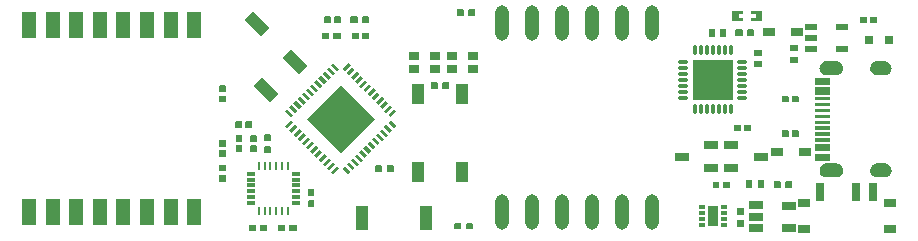
<source format=gtp>
G04 Layer: TopPasteMaskLayer*
G04 EasyEDA v6.5.29, 2023-07-07 16:20:56*
G04 d9f499156d004e84aee0404722c7e58c,63a96235fadc4189ab89c93b90d034ab,10*
G04 Gerber Generator version 0.2*
G04 Scale: 100 percent, Rotated: No, Reflected: No *
G04 Dimensions in millimeters *
G04 leading zeros omitted , absolute positions ,4 integer and 5 decimal *
%FSLAX45Y45*%
%MOMM*%

%AMMACRO1*21,1,$1,$2,0,0,$3*%
%ADD10O,1.1999976X2.999994*%
%ADD11R,0.8000X0.5000*%
%ADD12R,0.5000X0.8000*%
%ADD13R,1.0000X0.7500*%
%ADD14R,1.2500X0.7000*%
%ADD15R,3.5000X3.5000*%
%ADD16O,0.2800096X0.8999982*%
%ADD17O,0.8999982X0.2800096*%
%ADD18R,0.7000X1.5000*%
%ADD19R,1.0000X0.8000*%
%ADD20R,1.2000X2.2000*%
%ADD21R,0.9000X0.7000*%
%ADD22MACRO1,0.505X0.28X0.0000*%
%ADD23MACRO1,0.9X1.65X0.0000*%
%ADD24R,1.0000X1.7000*%
%ADD25R,1.0000X2.0000*%
%ADD26R,0.8000X0.8000*%
%ADD27R,1.0000X0.6000*%
%ADD28MACRO1,0.6223X1.1049X-90.0000*%
%ADD29MACRO1,0.665X0.28X0.0000*%
%ADD30R,0.2800X0.6650*%
%ADD31MACRO1,1.945X0.98X135.0000*%
%ADD32MACRO1,1.945X0.98X134.9995*%
%ADD33MACRO1,1.945X0.98X-45.0000*%
%ADD34C,0.0135*%

%LPD*%
G36*
X-4423003Y8927490D02*
G01*
X-4427982Y8922461D01*
X-4427982Y8877503D01*
X-4423003Y8872474D01*
X-4374997Y8872474D01*
X-4367987Y8877503D01*
X-4367987Y8922461D01*
X-4374997Y8927490D01*
G37*
G36*
X-4325010Y8927490D02*
G01*
X-4331970Y8922461D01*
X-4331970Y8877503D01*
X-4325010Y8872474D01*
X-4277004Y8872474D01*
X-4271975Y8877503D01*
X-4271975Y8922461D01*
X-4277004Y8927490D01*
G37*
G36*
X-2062988Y8757462D02*
G01*
X-2068017Y8752484D01*
X-2068017Y8707475D01*
X-2062988Y8702497D01*
X-2014982Y8702497D01*
X-2008022Y8707475D01*
X-2008022Y8752484D01*
X-2014982Y8757462D01*
G37*
G36*
X-1964994Y8757462D02*
G01*
X-1972005Y8752484D01*
X-1972005Y8707475D01*
X-1964994Y8702497D01*
X-1916988Y8702497D01*
X-1912010Y8707475D01*
X-1912010Y8752484D01*
X-1916988Y8757462D01*
G37*
G36*
X-1992477Y7946999D02*
G01*
X-1996490Y7942986D01*
X-1996490Y7896961D01*
X-1992477Y7892999D01*
X-1942439Y7892999D01*
X-1938426Y7896961D01*
X-1938426Y7942986D01*
X-1942439Y7946999D01*
G37*
G36*
X-2077567Y7946999D02*
G01*
X-2081580Y7942986D01*
X-2081580Y7896961D01*
X-2077567Y7892999D01*
X-2027478Y7892999D01*
X-2023516Y7896961D01*
X-2023516Y7942986D01*
X-2027478Y7946999D01*
G37*
G36*
X-2172512Y7466990D02*
G01*
X-2176475Y7462977D01*
X-2176475Y7417003D01*
X-2172512Y7412990D01*
X-2122424Y7412990D01*
X-2118410Y7417003D01*
X-2118410Y7462977D01*
X-2122424Y7466990D01*
G37*
G36*
X-2257552Y7466990D02*
G01*
X-2261565Y7462977D01*
X-2261565Y7417003D01*
X-2257552Y7412990D01*
X-2207514Y7412990D01*
X-2203500Y7417003D01*
X-2203500Y7462977D01*
X-2207514Y7466990D01*
G37*
G36*
X-2047493Y7247991D02*
G01*
X-2052472Y7243013D01*
X-2052472Y7189978D01*
X-2047493Y7184999D01*
X-2002485Y7184999D01*
X-1997506Y7189978D01*
X-1997506Y7243013D01*
X-2002485Y7247991D01*
G37*
G36*
X-2047493Y7144969D02*
G01*
X-2052472Y7139990D01*
X-2052472Y7087006D01*
X-2047493Y7081977D01*
X-2002485Y7081977D01*
X-1997506Y7087006D01*
X-1997506Y7139990D01*
X-2002485Y7144969D01*
G37*
G36*
X-6433007Y7821523D02*
G01*
X-6436969Y7817561D01*
X-6436969Y7767472D01*
X-6433007Y7763459D01*
X-6386982Y7763459D01*
X-6382969Y7767472D01*
X-6382969Y7817561D01*
X-6386982Y7821523D01*
G37*
G36*
X-6433007Y7736484D02*
G01*
X-6436969Y7732471D01*
X-6436969Y7682433D01*
X-6433007Y7678420D01*
X-6386982Y7678420D01*
X-6382969Y7682433D01*
X-6382969Y7732471D01*
X-6386982Y7736484D01*
G37*
G36*
X-6297574Y7976971D02*
G01*
X-6301536Y7972958D01*
X-6301536Y7926984D01*
X-6297574Y7922971D01*
X-6247485Y7922971D01*
X-6243472Y7926984D01*
X-6243472Y7972958D01*
X-6247485Y7976971D01*
G37*
G36*
X-6212484Y7976971D02*
G01*
X-6216497Y7972958D01*
X-6216497Y7926984D01*
X-6212484Y7922971D01*
X-6162446Y7922971D01*
X-6158433Y7926984D01*
X-6158433Y7972958D01*
X-6162446Y7976971D01*
G37*
G36*
X-6433007Y8196478D02*
G01*
X-6436969Y8192465D01*
X-6436969Y8142427D01*
X-6433007Y8138414D01*
X-6386982Y8138414D01*
X-6382969Y8142427D01*
X-6382969Y8192465D01*
X-6386982Y8196478D01*
G37*
G36*
X-6433007Y8281568D02*
G01*
X-6436969Y8277555D01*
X-6436969Y8227466D01*
X-6433007Y8223503D01*
X-6386982Y8223503D01*
X-6382969Y8227466D01*
X-6382969Y8277555D01*
X-6386982Y8281568D01*
G37*
G36*
X-6433007Y7611567D02*
G01*
X-6436969Y7607553D01*
X-6436969Y7557465D01*
X-6433007Y7553502D01*
X-6386982Y7553502D01*
X-6382969Y7557465D01*
X-6382969Y7607553D01*
X-6386982Y7611567D01*
G37*
G36*
X-6433007Y7526477D02*
G01*
X-6436969Y7522464D01*
X-6436969Y7472425D01*
X-6433007Y7468412D01*
X-6386982Y7468412D01*
X-6382969Y7472425D01*
X-6382969Y7522464D01*
X-6386982Y7526477D01*
G37*
G36*
X-1398524Y8345068D02*
G01*
X-1398524Y8285073D01*
X-1268526Y8285073D01*
X-1268526Y8345068D01*
G37*
G36*
X-1398524Y7935061D02*
G01*
X-1398524Y7905089D01*
X-1268526Y7905089D01*
X-1268526Y7935061D01*
G37*
G36*
X-1398524Y7705090D02*
G01*
X-1398473Y7645095D01*
X-1268476Y7645095D01*
X-1268526Y7705090D01*
G37*
G36*
X-1398524Y8035086D02*
G01*
X-1398524Y8005064D01*
X-1268526Y8005064D01*
X-1268526Y8035086D01*
G37*
G36*
X-1398524Y8185099D02*
G01*
X-1398524Y8155076D01*
X-1268526Y8155076D01*
X-1268526Y8185099D01*
G37*
G36*
X-1398524Y7885074D02*
G01*
X-1398524Y7855102D01*
X-1268526Y7855102D01*
X-1268526Y7885074D01*
G37*
G36*
X-1398524Y8135061D02*
G01*
X-1398524Y8105038D01*
X-1268526Y8105038D01*
X-1268526Y8135061D01*
G37*
G36*
X-1398524Y8085074D02*
G01*
X-1398524Y8055102D01*
X-1268526Y8055102D01*
X-1268526Y8085074D01*
G37*
G36*
X-1398524Y7835087D02*
G01*
X-1398524Y7805064D01*
X-1268526Y7805064D01*
X-1268526Y7835087D01*
G37*
G36*
X-1398524Y7985099D02*
G01*
X-1398524Y7955076D01*
X-1268526Y7955076D01*
X-1268526Y7985099D01*
G37*
G36*
X-1398473Y7785049D02*
G01*
X-1398473Y7725054D01*
X-1268476Y7725054D01*
X-1268476Y7785049D01*
G37*
G36*
X-1296670Y7622540D02*
G01*
X-1302613Y7622286D01*
X-1308557Y7621371D01*
X-1314348Y7619898D01*
X-1319987Y7617866D01*
X-1325372Y7615275D01*
X-1330452Y7612125D01*
X-1335227Y7608519D01*
X-1339596Y7604455D01*
X-1343558Y7599984D01*
X-1347063Y7595108D01*
X-1350060Y7589926D01*
X-1352499Y7584490D01*
X-1354429Y7578801D01*
X-1355750Y7572959D01*
X-1356512Y7567066D01*
X-1356664Y7561072D01*
X-1356207Y7555077D01*
X-1355140Y7549235D01*
X-1353566Y7543444D01*
X-1351330Y7537907D01*
X-1348638Y7532573D01*
X-1345387Y7527544D01*
X-1341628Y7522870D01*
X-1337462Y7518603D01*
X-1332890Y7514742D01*
X-1327962Y7511338D01*
X-1322679Y7508494D01*
X-1317193Y7506157D01*
X-1311452Y7504430D01*
X-1305610Y7503210D01*
X-1299667Y7502652D01*
X-1216660Y7502550D01*
X-1210665Y7502855D01*
X-1204772Y7503769D01*
X-1198981Y7505242D01*
X-1193342Y7507274D01*
X-1187958Y7509865D01*
X-1182878Y7512964D01*
X-1178102Y7516622D01*
X-1173734Y7520686D01*
X-1169771Y7525156D01*
X-1166266Y7529982D01*
X-1163269Y7535164D01*
X-1160830Y7540650D01*
X-1158900Y7546289D01*
X-1157579Y7552131D01*
X-1156817Y7558074D01*
X-1156665Y7564069D01*
X-1157122Y7570012D01*
X-1158189Y7575905D01*
X-1159814Y7581646D01*
X-1161948Y7587234D01*
X-1164691Y7592568D01*
X-1167942Y7597597D01*
X-1171702Y7602270D01*
X-1175867Y7606538D01*
X-1180439Y7610398D01*
X-1185367Y7613751D01*
X-1190650Y7616596D01*
X-1196136Y7618933D01*
X-1201877Y7620711D01*
X-1207719Y7621879D01*
X-1213662Y7622489D01*
G37*
G36*
X-1296670Y8487562D02*
G01*
X-1302613Y8487308D01*
X-1308557Y8486394D01*
X-1314348Y8484920D01*
X-1319987Y8482888D01*
X-1325372Y8480298D01*
X-1330452Y8477148D01*
X-1335227Y8473541D01*
X-1339596Y8469477D01*
X-1343558Y8465007D01*
X-1347063Y8460130D01*
X-1350060Y8454948D01*
X-1352499Y8449513D01*
X-1354429Y8443823D01*
X-1355750Y8437981D01*
X-1356512Y8432088D01*
X-1356664Y8426094D01*
X-1356207Y8420100D01*
X-1355140Y8414207D01*
X-1353566Y8408466D01*
X-1351330Y8402929D01*
X-1348638Y8397595D01*
X-1345387Y8392566D01*
X-1341628Y8387892D01*
X-1337462Y8383625D01*
X-1332890Y8379764D01*
X-1327962Y8376412D01*
X-1322679Y8373516D01*
X-1317193Y8371179D01*
X-1311452Y8369452D01*
X-1305610Y8368233D01*
X-1299667Y8367674D01*
X-1216660Y8367572D01*
X-1210665Y8367877D01*
X-1204772Y8368792D01*
X-1198981Y8370265D01*
X-1193342Y8372297D01*
X-1187958Y8374888D01*
X-1182878Y8377986D01*
X-1178102Y8381644D01*
X-1173734Y8385708D01*
X-1169771Y8390178D01*
X-1166266Y8395004D01*
X-1163269Y8400186D01*
X-1160830Y8405672D01*
X-1158900Y8411311D01*
X-1157579Y8417153D01*
X-1156817Y8423097D01*
X-1156665Y8429091D01*
X-1157122Y8435035D01*
X-1158189Y8440928D01*
X-1159814Y8446668D01*
X-1161948Y8452256D01*
X-1164691Y8457590D01*
X-1167942Y8462619D01*
X-1171702Y8467293D01*
X-1175867Y8471560D01*
X-1180439Y8475421D01*
X-1185367Y8478774D01*
X-1190650Y8481618D01*
X-1196136Y8483955D01*
X-1201877Y8485733D01*
X-1207719Y8486902D01*
X-1213662Y8487511D01*
G37*
G36*
X-866698Y7622540D02*
G01*
X-872642Y7622286D01*
X-878586Y7621371D01*
X-884377Y7619898D01*
X-889965Y7617866D01*
X-895350Y7615275D01*
X-900480Y7612125D01*
X-905256Y7608519D01*
X-909624Y7604455D01*
X-913587Y7599984D01*
X-917092Y7595108D01*
X-920089Y7589926D01*
X-922528Y7584490D01*
X-924407Y7578801D01*
X-925779Y7572959D01*
X-926490Y7567066D01*
X-926642Y7561072D01*
X-926236Y7555077D01*
X-925169Y7549235D01*
X-923544Y7543444D01*
X-921359Y7537907D01*
X-918616Y7532573D01*
X-915416Y7527544D01*
X-911656Y7522870D01*
X-907491Y7518603D01*
X-902919Y7514742D01*
X-897940Y7511338D01*
X-892708Y7508494D01*
X-887221Y7506157D01*
X-881481Y7504430D01*
X-875639Y7503210D01*
X-869645Y7502652D01*
X-806653Y7502550D01*
X-800709Y7502855D01*
X-794766Y7503769D01*
X-788974Y7505242D01*
X-783386Y7507274D01*
X-778002Y7509865D01*
X-772871Y7512964D01*
X-768096Y7516622D01*
X-763727Y7520686D01*
X-759764Y7525156D01*
X-756259Y7529982D01*
X-753262Y7535164D01*
X-750824Y7540650D01*
X-748944Y7546289D01*
X-747572Y7552131D01*
X-746861Y7558074D01*
X-746709Y7564069D01*
X-747115Y7570012D01*
X-748182Y7575905D01*
X-749808Y7581646D01*
X-751992Y7587234D01*
X-754735Y7592568D01*
X-757936Y7597597D01*
X-761695Y7602270D01*
X-765860Y7606538D01*
X-770432Y7610398D01*
X-775411Y7613751D01*
X-780643Y7616596D01*
X-786180Y7618933D01*
X-791870Y7620711D01*
X-797712Y7621879D01*
X-803706Y7622489D01*
G37*
G36*
X-866698Y8487562D02*
G01*
X-872642Y8487308D01*
X-878586Y8486394D01*
X-884377Y8484920D01*
X-889965Y8482888D01*
X-895350Y8480298D01*
X-900480Y8477148D01*
X-905256Y8473541D01*
X-909624Y8469477D01*
X-913587Y8465007D01*
X-917092Y8460130D01*
X-920089Y8454948D01*
X-922528Y8449513D01*
X-924407Y8443823D01*
X-925779Y8437981D01*
X-926490Y8432088D01*
X-926642Y8426094D01*
X-926236Y8420100D01*
X-925169Y8414207D01*
X-923544Y8408466D01*
X-921359Y8402929D01*
X-918616Y8397595D01*
X-915416Y8392566D01*
X-911656Y8387892D01*
X-907491Y8383625D01*
X-902919Y8379764D01*
X-897940Y8376412D01*
X-892708Y8373516D01*
X-887221Y8371179D01*
X-881481Y8369452D01*
X-875639Y8368233D01*
X-869645Y8367674D01*
X-806653Y8367572D01*
X-800709Y8367877D01*
X-794766Y8368792D01*
X-788974Y8370265D01*
X-783386Y8372297D01*
X-778002Y8374888D01*
X-772871Y8377986D01*
X-768096Y8381644D01*
X-763727Y8385708D01*
X-759764Y8390178D01*
X-756259Y8395004D01*
X-753262Y8400186D01*
X-750824Y8405672D01*
X-748944Y8411311D01*
X-747572Y8417153D01*
X-746861Y8423097D01*
X-746709Y8429091D01*
X-747115Y8435035D01*
X-748182Y8440928D01*
X-749808Y8446668D01*
X-751992Y8452256D01*
X-754735Y8457590D01*
X-757936Y8462619D01*
X-761695Y8467293D01*
X-765860Y8471560D01*
X-770432Y8475421D01*
X-775411Y8478774D01*
X-780643Y8481618D01*
X-786180Y8483955D01*
X-791870Y8485733D01*
X-797712Y8486902D01*
X-803706Y8487511D01*
G37*
G36*
X-1398524Y8265109D02*
G01*
X-1398524Y8205063D01*
X-1268526Y8205063D01*
X-1268526Y8265109D01*
G37*
G36*
X-4544974Y8307476D02*
G01*
X-4551984Y8302498D01*
X-4551984Y8257489D01*
X-4544974Y8252459D01*
X-4496968Y8252459D01*
X-4491990Y8257489D01*
X-4491990Y8302498D01*
X-4496968Y8307476D01*
G37*
G36*
X-4642967Y8307476D02*
G01*
X-4647996Y8302498D01*
X-4647996Y8257489D01*
X-4642967Y8252459D01*
X-4595012Y8252459D01*
X-4588002Y8257489D01*
X-4588002Y8302498D01*
X-4595012Y8307476D01*
G37*
G36*
X-5409946Y8288477D02*
G01*
X-5698439Y7999984D01*
X-5409946Y7711490D01*
X-5121402Y7999984D01*
G37*
G36*
X-5831890Y7986725D02*
G01*
X-5881370Y7937246D01*
X-5861608Y7917434D01*
X-5812078Y7966913D01*
G37*
G36*
X-5796534Y7951368D02*
G01*
X-5846013Y7901889D01*
X-5826201Y7882077D01*
X-5776722Y7931556D01*
G37*
G36*
X-5761177Y7916011D02*
G01*
X-5810656Y7866532D01*
X-5790895Y7846720D01*
X-5741365Y7896250D01*
G37*
G36*
X-5725820Y7880654D02*
G01*
X-5775299Y7831175D01*
X-5755487Y7811363D01*
X-5706008Y7860842D01*
G37*
G36*
X-5690463Y7845298D02*
G01*
X-5739942Y7795818D01*
X-5720181Y7776006D01*
X-5670651Y7825536D01*
G37*
G36*
X-5655106Y7809941D02*
G01*
X-5704586Y7760462D01*
X-5684774Y7740650D01*
X-5635294Y7790129D01*
G37*
G36*
X-5619750Y7774584D02*
G01*
X-5669229Y7725105D01*
X-5649468Y7705293D01*
X-5599938Y7754823D01*
G37*
G36*
X-5584393Y7739227D02*
G01*
X-5633872Y7689748D01*
X-5614111Y7669936D01*
X-5564581Y7719415D01*
G37*
G36*
X-5549036Y7703870D02*
G01*
X-5598515Y7654391D01*
X-5578754Y7634579D01*
X-5529224Y7684109D01*
G37*
G36*
X-5513679Y7668514D02*
G01*
X-5563158Y7619034D01*
X-5543397Y7599222D01*
X-5493867Y7648752D01*
G37*
G36*
X-5478322Y7633157D02*
G01*
X-5527852Y7583678D01*
X-5508040Y7563866D01*
X-5458510Y7613396D01*
G37*
G36*
X-5442966Y7597800D02*
G01*
X-5492445Y7548321D01*
X-5472684Y7528509D01*
X-5423154Y7578039D01*
G37*
G36*
X-5347157Y8471458D02*
G01*
X-5396687Y8421979D01*
X-5376875Y8402167D01*
X-5327345Y8451646D01*
G37*
G36*
X-5311800Y8436102D02*
G01*
X-5361279Y8386572D01*
X-5341518Y8366810D01*
X-5291988Y8416290D01*
G37*
G36*
X-5276443Y8400745D02*
G01*
X-5325973Y8351266D01*
X-5306161Y8331453D01*
X-5256631Y8380933D01*
G37*
G36*
X-5241086Y8365388D02*
G01*
X-5290566Y8315858D01*
X-5270804Y8296097D01*
X-5221274Y8345576D01*
G37*
G36*
X-5205730Y8330031D02*
G01*
X-5255260Y8280552D01*
X-5235448Y8260740D01*
X-5185968Y8310219D01*
G37*
G36*
X-5170373Y8294674D02*
G01*
X-5219903Y8245195D01*
X-5200091Y8225383D01*
X-5150561Y8274862D01*
G37*
G36*
X-5135016Y8259318D02*
G01*
X-5184546Y8209838D01*
X-5164734Y8190026D01*
X-5115255Y8239506D01*
G37*
G36*
X-5099659Y8223961D02*
G01*
X-5149189Y8174481D01*
X-5129377Y8154670D01*
X-5079847Y8204149D01*
G37*
G36*
X-5064302Y8188604D02*
G01*
X-5113832Y8139125D01*
X-5094020Y8119313D01*
X-5044541Y8168792D01*
G37*
G36*
X-5028946Y8153247D02*
G01*
X-5078476Y8103768D01*
X-5058664Y8083956D01*
X-5009134Y8133435D01*
G37*
G36*
X-4993640Y8117890D02*
G01*
X-5043119Y8068411D01*
X-5023307Y8048599D01*
X-4973828Y8098078D01*
G37*
G36*
X-4958232Y8082534D02*
G01*
X-5007762Y8033054D01*
X-4987950Y8013242D01*
X-4938471Y8062722D01*
G37*
G36*
X-5376875Y7597800D02*
G01*
X-5396687Y7578039D01*
X-5347157Y7528509D01*
X-5327396Y7548321D01*
G37*
G36*
X-5341518Y7633157D02*
G01*
X-5361330Y7613396D01*
X-5311800Y7563866D01*
X-5291988Y7583678D01*
G37*
G36*
X-5306161Y7668514D02*
G01*
X-5325973Y7648752D01*
X-5276443Y7599222D01*
X-5256682Y7619034D01*
G37*
G36*
X-5270804Y7703870D02*
G01*
X-5290616Y7684109D01*
X-5241086Y7634579D01*
X-5221325Y7654391D01*
G37*
G36*
X-5235448Y7739227D02*
G01*
X-5255260Y7719415D01*
X-5205780Y7669936D01*
X-5185968Y7689748D01*
G37*
G36*
X-5200091Y7774584D02*
G01*
X-5219903Y7754823D01*
X-5170373Y7705293D01*
X-5150612Y7725105D01*
G37*
G36*
X-5164734Y7809941D02*
G01*
X-5184546Y7790129D01*
X-5135067Y7740650D01*
X-5115255Y7760462D01*
G37*
G36*
X-5129377Y7845298D02*
G01*
X-5149189Y7825536D01*
X-5099659Y7776006D01*
X-5079898Y7795818D01*
G37*
G36*
X-5094020Y7880654D02*
G01*
X-5113832Y7860842D01*
X-5064353Y7811363D01*
X-5044541Y7831175D01*
G37*
G36*
X-5058664Y7916011D02*
G01*
X-5078476Y7896250D01*
X-5028946Y7846720D01*
X-5009184Y7866532D01*
G37*
G36*
X-5023307Y7951368D02*
G01*
X-5043119Y7931556D01*
X-4993640Y7882077D01*
X-4973828Y7901889D01*
G37*
G36*
X-4987950Y7986725D02*
G01*
X-5007762Y7966913D01*
X-4958232Y7917434D01*
X-4938471Y7937246D01*
G37*
G36*
X-5861608Y8082534D02*
G01*
X-5881370Y8062722D01*
X-5831890Y8013242D01*
X-5812078Y8033054D01*
G37*
G36*
X-5826201Y8117890D02*
G01*
X-5846013Y8098078D01*
X-5796534Y8048599D01*
X-5776722Y8068411D01*
G37*
G36*
X-5790895Y8153247D02*
G01*
X-5810656Y8133435D01*
X-5761177Y8083956D01*
X-5741365Y8103768D01*
G37*
G36*
X-5755538Y8188604D02*
G01*
X-5775299Y8168792D01*
X-5725820Y8119313D01*
X-5706008Y8139125D01*
G37*
G36*
X-5720181Y8223961D02*
G01*
X-5739993Y8204149D01*
X-5690463Y8154670D01*
X-5670651Y8174481D01*
G37*
G36*
X-5684824Y8259318D02*
G01*
X-5704586Y8239506D01*
X-5655106Y8190026D01*
X-5635294Y8209838D01*
G37*
G36*
X-5649468Y8294674D02*
G01*
X-5669280Y8274862D01*
X-5619750Y8225383D01*
X-5599938Y8245195D01*
G37*
G36*
X-5614111Y8330031D02*
G01*
X-5633872Y8310219D01*
X-5584393Y8260740D01*
X-5564581Y8280552D01*
G37*
G36*
X-5578754Y8365388D02*
G01*
X-5598566Y8345576D01*
X-5549036Y8296097D01*
X-5529275Y8315858D01*
G37*
G36*
X-5543397Y8400745D02*
G01*
X-5563209Y8380933D01*
X-5513679Y8331453D01*
X-5493867Y8351266D01*
G37*
G36*
X-5508040Y8436102D02*
G01*
X-5527852Y8416290D01*
X-5478322Y8366810D01*
X-5458561Y8386572D01*
G37*
G36*
X-5472684Y8471458D02*
G01*
X-5492496Y8451646D01*
X-5442966Y8402167D01*
X-5423154Y8421979D01*
G37*
G36*
X-1639976Y7472527D02*
G01*
X-1646986Y7467498D01*
X-1646986Y7422489D01*
X-1639976Y7417511D01*
X-1592021Y7417511D01*
X-1586992Y7422489D01*
X-1586992Y7467498D01*
X-1592021Y7472527D01*
G37*
G36*
X-1738020Y7472527D02*
G01*
X-1742998Y7467498D01*
X-1742998Y7422489D01*
X-1738020Y7417511D01*
X-1690014Y7417511D01*
X-1683004Y7422489D01*
X-1683004Y7467498D01*
X-1690014Y7472527D01*
G37*
G36*
X-2089505Y8914993D02*
G01*
X-2094484Y8909964D01*
X-2094484Y8830005D01*
X-2089505Y8824976D01*
X-2009495Y8824976D01*
X-2004517Y8830005D01*
X-2004517Y8852763D01*
X-2041499Y8852763D01*
X-2041499Y8885783D01*
X-2004517Y8885783D01*
X-2004517Y8909964D01*
X-2009495Y8914993D01*
G37*
G36*
X-1929485Y8914993D02*
G01*
X-1934514Y8909964D01*
X-1934514Y8885783D01*
X-1896516Y8885783D01*
X-1896516Y8852763D01*
X-1934514Y8852763D01*
X-1934514Y8830005D01*
X-1929485Y8824976D01*
X-1850491Y8824976D01*
X-1845513Y8830005D01*
X-1845513Y8909964D01*
X-1850491Y8914993D01*
G37*
G36*
X-927506Y8862009D02*
G01*
X-931519Y8857996D01*
X-931519Y8811971D01*
X-927506Y8808008D01*
X-877417Y8808008D01*
X-873455Y8811971D01*
X-873455Y8857996D01*
X-877417Y8862009D01*
G37*
G36*
X-1012545Y8862009D02*
G01*
X-1016558Y8857996D01*
X-1016558Y8811971D01*
X-1012545Y8808008D01*
X-962507Y8808008D01*
X-958494Y8811971D01*
X-958494Y8857996D01*
X-962507Y8862009D01*
G37*
G36*
X-5682488Y7408011D02*
G01*
X-5687517Y7402982D01*
X-5687517Y7355027D01*
X-5682488Y7348016D01*
X-5637530Y7348016D01*
X-5632500Y7355027D01*
X-5632500Y7402982D01*
X-5637530Y7408011D01*
G37*
G36*
X-5682488Y7311999D02*
G01*
X-5687517Y7304989D01*
X-5687517Y7256983D01*
X-5682488Y7252004D01*
X-5637530Y7252004D01*
X-5632500Y7256983D01*
X-5632500Y7304989D01*
X-5637530Y7311999D01*
G37*
G36*
X-5935218Y7101687D02*
G01*
X-5940247Y7096658D01*
X-5940247Y7051700D01*
X-5935218Y7046671D01*
X-5887212Y7046671D01*
X-5880252Y7051700D01*
X-5880252Y7096658D01*
X-5887212Y7101687D01*
G37*
G36*
X-5837224Y7101687D02*
G01*
X-5844235Y7096658D01*
X-5844235Y7051700D01*
X-5837224Y7046671D01*
X-5789218Y7046671D01*
X-5784240Y7051700D01*
X-5784240Y7096658D01*
X-5789218Y7101687D01*
G37*
G36*
X-6052515Y7771993D02*
G01*
X-6057493Y7764983D01*
X-6057493Y7716977D01*
X-6052515Y7711998D01*
X-6007506Y7711998D01*
X-6002528Y7716977D01*
X-6002528Y7764983D01*
X-6007506Y7771993D01*
G37*
G36*
X-6052515Y7868005D02*
G01*
X-6057493Y7863027D01*
X-6057493Y7815021D01*
X-6052515Y7808010D01*
X-6007506Y7808010D01*
X-6002528Y7815021D01*
X-6002528Y7863027D01*
X-6007506Y7868005D01*
G37*
G36*
X-6087211Y7101687D02*
G01*
X-6094222Y7096658D01*
X-6094222Y7051700D01*
X-6087211Y7046671D01*
X-6039205Y7046671D01*
X-6034227Y7051700D01*
X-6034227Y7096658D01*
X-6039205Y7101687D01*
G37*
G36*
X-6185204Y7101687D02*
G01*
X-6190234Y7096658D01*
X-6190234Y7051700D01*
X-6185204Y7046671D01*
X-6137249Y7046671D01*
X-6130239Y7051700D01*
X-6130239Y7096658D01*
X-6137249Y7101687D01*
G37*
G36*
X-6293002Y7861553D02*
G01*
X-6297015Y7857591D01*
X-6297015Y7807502D01*
X-6293002Y7803489D01*
X-6247028Y7803489D01*
X-6243015Y7807502D01*
X-6243015Y7857591D01*
X-6247028Y7861553D01*
G37*
G36*
X-6293002Y7776514D02*
G01*
X-6297015Y7772501D01*
X-6297015Y7722463D01*
X-6293002Y7718450D01*
X-6247028Y7718450D01*
X-6243015Y7722463D01*
X-6243015Y7772501D01*
X-6247028Y7776514D01*
G37*
G36*
X-6173012Y7776514D02*
G01*
X-6177026Y7772501D01*
X-6177026Y7722463D01*
X-6173012Y7718450D01*
X-6126988Y7718450D01*
X-6123025Y7722463D01*
X-6123025Y7772501D01*
X-6126988Y7776514D01*
G37*
G36*
X-6173012Y7861553D02*
G01*
X-6177026Y7857591D01*
X-6177026Y7807502D01*
X-6173012Y7803489D01*
X-6126988Y7803489D01*
X-6123025Y7807502D01*
X-6123025Y7857591D01*
X-6126988Y7861553D01*
G37*
G36*
X-5014976Y7607503D02*
G01*
X-5021986Y7602474D01*
X-5021986Y7557465D01*
X-5014976Y7552486D01*
X-4966970Y7552486D01*
X-4961991Y7557465D01*
X-4961991Y7602474D01*
X-4966970Y7607503D01*
G37*
G36*
X-5112969Y7607503D02*
G01*
X-5117998Y7602474D01*
X-5117998Y7557465D01*
X-5112969Y7552486D01*
X-5065014Y7552486D01*
X-5058003Y7557465D01*
X-5058003Y7602474D01*
X-5065014Y7607503D01*
G37*
G36*
X-5224983Y8867495D02*
G01*
X-5231993Y8862517D01*
X-5231993Y8817508D01*
X-5224983Y8812530D01*
X-5176977Y8812530D01*
X-5171998Y8817508D01*
X-5171998Y8862517D01*
X-5176977Y8867495D01*
G37*
G36*
X-5322976Y8867495D02*
G01*
X-5328005Y8862517D01*
X-5328005Y8817508D01*
X-5322976Y8812530D01*
X-5275021Y8812530D01*
X-5268010Y8817508D01*
X-5268010Y8862517D01*
X-5275021Y8867495D01*
G37*
G36*
X-5563006Y8727490D02*
G01*
X-5568035Y8722512D01*
X-5568035Y8677503D01*
X-5563006Y8672525D01*
X-5515000Y8672525D01*
X-5507990Y8677503D01*
X-5507990Y8722512D01*
X-5515000Y8727490D01*
G37*
G36*
X-5465013Y8727490D02*
G01*
X-5472023Y8722512D01*
X-5472023Y8677503D01*
X-5465013Y8672525D01*
X-5417007Y8672525D01*
X-5412028Y8677503D01*
X-5412028Y8722512D01*
X-5417007Y8727490D01*
G37*
G36*
X-4344974Y7117486D02*
G01*
X-4351985Y7112508D01*
X-4351985Y7067499D01*
X-4344974Y7062470D01*
X-4296968Y7062470D01*
X-4291990Y7067499D01*
X-4291990Y7112508D01*
X-4296968Y7117486D01*
G37*
G36*
X-4442968Y7117486D02*
G01*
X-4447997Y7112508D01*
X-4447997Y7067499D01*
X-4442968Y7062470D01*
X-4395012Y7062470D01*
X-4388002Y7067499D01*
X-4388002Y7112508D01*
X-4395012Y7117486D01*
G37*
G36*
X-5222494Y8726982D02*
G01*
X-5226507Y8723020D01*
X-5226507Y8676995D01*
X-5222494Y8672982D01*
X-5172456Y8672982D01*
X-5168442Y8676995D01*
X-5168442Y8723020D01*
X-5172456Y8726982D01*
G37*
G36*
X-5307584Y8726982D02*
G01*
X-5311546Y8723020D01*
X-5311546Y8676995D01*
X-5307584Y8672982D01*
X-5257495Y8672982D01*
X-5253482Y8676995D01*
X-5253482Y8723020D01*
X-5257495Y8726982D01*
G37*
G36*
X-5547563Y8866987D02*
G01*
X-5551576Y8863025D01*
X-5551576Y8817000D01*
X-5547563Y8812987D01*
X-5497525Y8812987D01*
X-5493512Y8817000D01*
X-5493512Y8863025D01*
X-5497525Y8866987D01*
G37*
G36*
X-5462524Y8866987D02*
G01*
X-5466486Y8863025D01*
X-5466486Y8817000D01*
X-5462524Y8812987D01*
X-5412435Y8812987D01*
X-5408422Y8817000D01*
X-5408422Y8863025D01*
X-5412435Y8866987D01*
G37*
G36*
X-1587500Y7902041D02*
G01*
X-1591513Y7898028D01*
X-1591513Y7852003D01*
X-1587500Y7847990D01*
X-1537411Y7847990D01*
X-1533448Y7852003D01*
X-1533448Y7898028D01*
X-1537411Y7902041D01*
G37*
G36*
X-1672589Y7902041D02*
G01*
X-1676552Y7898028D01*
X-1676552Y7852003D01*
X-1672589Y7847990D01*
X-1622501Y7847990D01*
X-1618488Y7852003D01*
X-1618488Y7898028D01*
X-1622501Y7902041D01*
G37*
G36*
X-1587500Y8192008D02*
G01*
X-1591513Y8187994D01*
X-1591513Y8142020D01*
X-1587500Y8138007D01*
X-1537411Y8138007D01*
X-1533448Y8142020D01*
X-1533448Y8187994D01*
X-1537411Y8192008D01*
G37*
G36*
X-1672589Y8192008D02*
G01*
X-1676552Y8187994D01*
X-1676552Y8142020D01*
X-1672589Y8138007D01*
X-1622501Y8138007D01*
X-1618488Y8142020D01*
X-1618488Y8187994D01*
X-1622501Y8192008D01*
G37*
D10*
G01*
X-2775000Y8809989D03*
G01*
X-3029000Y8809989D03*
G01*
X-3283000Y8809989D03*
G01*
X-3537000Y8809989D03*
G01*
X-3791000Y8809989D03*
G01*
X-4045000Y8809989D03*
G01*
X-4045000Y7209993D03*
G01*
X-3791000Y7209993D03*
G01*
X-3537000Y7209993D03*
G01*
X-3283000Y7209993D03*
G01*
X-3029000Y7209993D03*
G01*
X-2775000Y7209993D03*
D11*
G01*
X-1880006Y8559977D03*
G01*
X-1880006Y8459978D03*
D12*
G01*
X-2269997Y8729979D03*
G01*
X-2169998Y8729979D03*
D13*
G01*
X-1482750Y7719974D03*
G01*
X-1717243Y7719974D03*
G01*
X-1547748Y8734983D03*
G01*
X-1782241Y8734983D03*
D14*
G01*
X-2524963Y7679994D03*
G01*
X-2275027Y7774990D03*
G01*
X-2275027Y7584998D03*
G01*
X-1855038Y7679994D03*
G01*
X-2104974Y7584998D03*
G01*
X-2104974Y7774990D03*
D15*
G01*
X-2259990Y8329955D03*
D16*
G01*
X-2109876Y8079994D03*
G01*
X-2159914Y8079994D03*
G01*
X-2209952Y8079994D03*
G01*
X-2259990Y8079994D03*
G01*
X-2310028Y8079994D03*
G01*
X-2360066Y8079994D03*
G01*
X-2410104Y8079994D03*
D17*
G01*
X-2510002Y8179866D03*
G01*
X-2510002Y8229904D03*
G01*
X-2510002Y8279942D03*
G01*
X-2510002Y8329980D03*
G01*
X-2510002Y8380018D03*
G01*
X-2510002Y8430056D03*
G01*
X-2510002Y8480094D03*
D16*
G01*
X-2410104Y8579993D03*
G01*
X-2360066Y8579993D03*
G01*
X-2310028Y8579993D03*
G01*
X-2259990Y8579993D03*
G01*
X-2209952Y8579993D03*
G01*
X-2159914Y8579993D03*
G01*
X-2109876Y8579993D03*
D17*
G01*
X-2010003Y8480094D03*
G01*
X-2010003Y8430056D03*
G01*
X-2010003Y8380018D03*
G01*
X-2010003Y8329980D03*
G01*
X-2010003Y8279942D03*
G01*
X-2010003Y8229904D03*
G01*
X-2010003Y8179866D03*
D18*
G01*
X-1349984Y7379995D03*
G01*
X-1049985Y7379995D03*
G01*
X-899998Y7379995D03*
D19*
G01*
X-1489989Y7289977D03*
G01*
X-759993Y7289977D03*
G01*
X-759993Y7069988D03*
G01*
X-1489989Y7069988D03*
D20*
G01*
X-8049971Y7209993D03*
G01*
X-7849971Y7209993D03*
G01*
X-7649971Y7209993D03*
G01*
X-7449972Y7209993D03*
G01*
X-7249972Y7209993D03*
G01*
X-7049973Y7209993D03*
G01*
X-6849973Y7209993D03*
G01*
X-6649973Y7209993D03*
G01*
X-6649973Y8789974D03*
G01*
X-6849973Y8789974D03*
G01*
X-7049973Y8789974D03*
G01*
X-7249972Y8789974D03*
G01*
X-7449972Y8789974D03*
G01*
X-7649971Y8789974D03*
G01*
X-7849971Y8789974D03*
G01*
X-8049971Y8789974D03*
D21*
G01*
X-4288485Y8424976D03*
G01*
X-4288485Y8534984D03*
G01*
X-4471492Y8534984D03*
G01*
X-4471492Y8424976D03*
G01*
X-4608474Y8424976D03*
G01*
X-4608474Y8534984D03*
G01*
X-4791481Y8534984D03*
G01*
X-4791481Y8424976D03*
D22*
G01*
X-2162241Y7099987D03*
G01*
X-2162241Y7149986D03*
G01*
X-2162241Y7199986D03*
G01*
X-2162241Y7249986D03*
G01*
X-2347742Y7249986D03*
G01*
X-2347742Y7199986D03*
G01*
X-2347742Y7149986D03*
G01*
X-2347742Y7099987D03*
D23*
G01*
X-2254991Y7174986D03*
D24*
G01*
X-4754905Y7549972D03*
G01*
X-4755032Y8209991D03*
G01*
X-4384954Y7549972D03*
G01*
X-4384954Y8209991D03*
D25*
G01*
X-4689982Y7159980D03*
G01*
X-5229987Y7159980D03*
D12*
G01*
X-1954987Y7444994D03*
G01*
X-1854987Y7444994D03*
D11*
G01*
X-1575003Y8595004D03*
G01*
X-1575003Y8495004D03*
D26*
G01*
X-769899Y8665006D03*
G01*
X-940079Y8665006D03*
D27*
G01*
X-1164996Y8780018D03*
G01*
X-1164996Y8590026D03*
G01*
X-1425016Y8590026D03*
G01*
X-1425016Y8685021D03*
G01*
X-1425016Y8780018D03*
D28*
G01*
X-1894385Y7077031D03*
G01*
X-1894385Y7171011D03*
G01*
X-1894385Y7267526D03*
G01*
X-1614985Y7264991D03*
G01*
X-1614985Y7077031D03*
D29*
G01*
X-6170756Y7535002D03*
G01*
X-6170756Y7485002D03*
G01*
X-6170756Y7435002D03*
G01*
X-6170756Y7385003D03*
G01*
X-6170756Y7335003D03*
G01*
X-6170756Y7285003D03*
D30*
G01*
X-6105017Y7219264D03*
G01*
X-6055004Y7219264D03*
G01*
X-6005017Y7219264D03*
G01*
X-5955004Y7219264D03*
G01*
X-5905017Y7219264D03*
G01*
X-5855004Y7219264D03*
D29*
G01*
X-5789255Y7285003D03*
G01*
X-5789255Y7335003D03*
G01*
X-5789255Y7385003D03*
G01*
X-5789255Y7435002D03*
G01*
X-5789255Y7485002D03*
G01*
X-5789255Y7535002D03*
D30*
G01*
X-5855004Y7600746D03*
G01*
X-5905017Y7600746D03*
G01*
X-5955004Y7600746D03*
G01*
X-6005017Y7600746D03*
G01*
X-6055004Y7600746D03*
G01*
X-6105017Y7600746D03*
D31*
G01*
X-6041275Y8240848D03*
D32*
G01*
X-5800860Y8481264D03*
D33*
G01*
X-6118705Y8799109D03*
M02*

</source>
